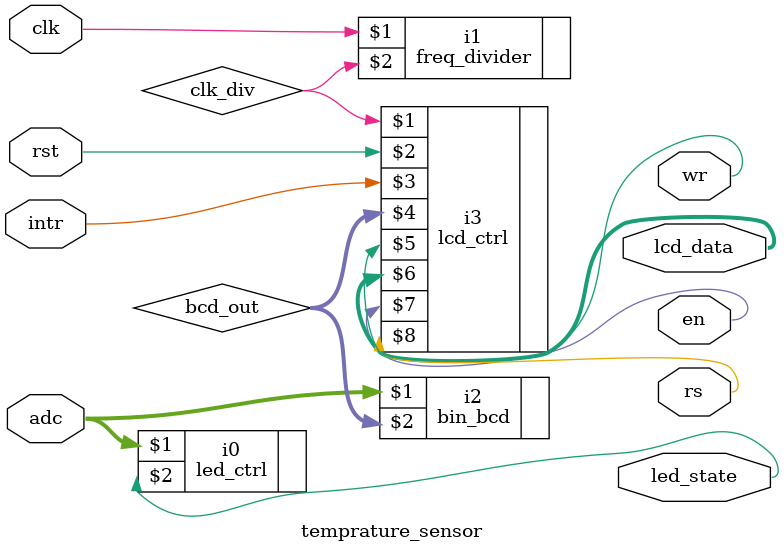
<source format=v>
module temprature_sensor (clk, rst, intr, adc, en, rs, wr, led_state, lcd_data);

input clk, rst, intr;
input [7:0] adc;

output en, rs, wr, led_state;
output [7:0] lcd_data;

wire clk_div;
wire [15:0] bcd_out;

led_ctrl i0 (adc, led_state);
freq_divider i1 (clk, clk_div);
bin_bcd i2 (adc, bcd_out);
lcd_ctrl i3 (clk_div, rst, intr, bcd_out, wr, lcd_data, en, rs);

endmodule
</source>
